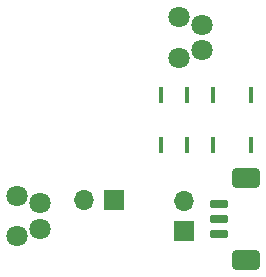
<source format=gbr>
%TF.GenerationSoftware,KiCad,Pcbnew,7.0.6*%
%TF.CreationDate,2024-04-06T17:48:28-04:00*%
%TF.ProjectId,rearbox_peripheral_io_side,72656172-626f-4785-9f70-657269706865,rev?*%
%TF.SameCoordinates,Original*%
%TF.FileFunction,Soldermask,Top*%
%TF.FilePolarity,Negative*%
%FSLAX46Y46*%
G04 Gerber Fmt 4.6, Leading zero omitted, Abs format (unit mm)*
G04 Created by KiCad (PCBNEW 7.0.6) date 2024-04-06 17:48:28*
%MOMM*%
%LPD*%
G01*
G04 APERTURE LIST*
G04 Aperture macros list*
%AMRoundRect*
0 Rectangle with rounded corners*
0 $1 Rounding radius*
0 $2 $3 $4 $5 $6 $7 $8 $9 X,Y pos of 4 corners*
0 Add a 4 corners polygon primitive as box body*
4,1,4,$2,$3,$4,$5,$6,$7,$8,$9,$2,$3,0*
0 Add four circle primitives for the rounded corners*
1,1,$1+$1,$2,$3*
1,1,$1+$1,$4,$5*
1,1,$1+$1,$6,$7*
1,1,$1+$1,$8,$9*
0 Add four rect primitives between the rounded corners*
20,1,$1+$1,$2,$3,$4,$5,0*
20,1,$1+$1,$4,$5,$6,$7,0*
20,1,$1+$1,$6,$7,$8,$9,0*
20,1,$1+$1,$8,$9,$2,$3,0*%
G04 Aperture macros list end*
%ADD10R,1.700000X1.700000*%
%ADD11O,1.700000X1.700000*%
%ADD12C,1.800000*%
%ADD13R,0.406400X1.397000*%
%ADD14RoundRect,0.425000X-0.775000X0.425000X-0.775000X-0.425000X0.775000X-0.425000X0.775000X0.425000X0*%
%ADD15RoundRect,0.150000X-0.650000X0.150000X-0.650000X-0.150000X0.650000X-0.150000X0.650000X0.150000X0*%
G04 APERTURE END LIST*
D10*
%TO.C,J6*%
X98404600Y-80213200D03*
D11*
X95864600Y-80213200D03*
%TD*%
D12*
%TO.C,J3*%
X90195601Y-83231274D03*
X92145600Y-82606180D03*
X90195601Y-79831230D03*
X92145600Y-80456253D03*
%TD*%
D10*
%TO.C,J4*%
X104343200Y-82804000D03*
D11*
X104343200Y-80264000D03*
%TD*%
D13*
%TO.C,K1*%
X109975800Y-71319300D03*
X106775801Y-71319300D03*
X104575800Y-71319300D03*
X102375802Y-71319300D03*
X102375802Y-75510300D03*
X104575800Y-75510300D03*
X106775801Y-75510300D03*
X109975800Y-75510300D03*
%TD*%
D14*
%TO.C,J1*%
X109554300Y-78299700D03*
X109554300Y-85299700D03*
D15*
X107304300Y-83049700D03*
X107304300Y-81799700D03*
X107304300Y-80549700D03*
%TD*%
D12*
%TO.C,J2*%
X103925601Y-68126132D03*
X105875600Y-67501038D03*
X103925601Y-64726088D03*
X105875600Y-65351111D03*
%TD*%
M02*

</source>
